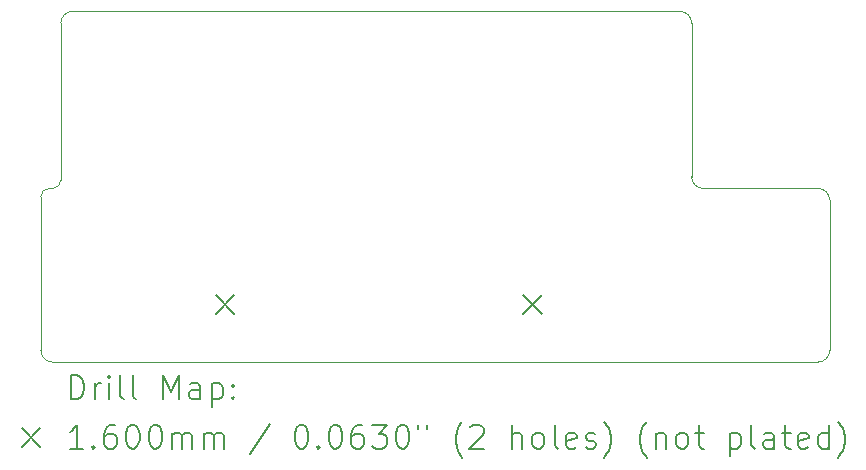
<source format=gbr>
%FSLAX45Y45*%
G04 Gerber Fmt 4.5, Leading zero omitted, Abs format (unit mm)*
G04 Created by KiCad (PCBNEW 5.99.0-unknown-acf13a186~104~ubuntu20.04.1) date 2020-09-23 14:04:24*
%MOMM*%
%LPD*%
G01*
G04 APERTURE LIST*
%TA.AperFunction,Profile*%
%ADD10C,0.050000*%
%TD*%
%ADD11C,0.200000*%
%ADD12C,0.160000*%
G04 APERTURE END LIST*
D10*
X9550000Y-11930000D02*
G75*
G03*
X9480000Y-12000000I0J-70000D01*
G01*
X9650000Y-10530000D02*
X9650000Y-11860000D01*
X9580000Y-11930000D02*
G75*
G03*
X9650000Y-11860000I0J70000D01*
G01*
X9480000Y-12000000D02*
X9480000Y-13300000D01*
X9750000Y-10430000D02*
G75*
G03*
X9650000Y-10530000I0J-100000D01*
G01*
X9480000Y-13300000D02*
G75*
G03*
X9580000Y-13400000I100000J0D01*
G01*
X16060000Y-11930000D02*
X15090000Y-11930000D01*
X14990000Y-11830000D02*
G75*
G03*
X15090000Y-11930000I100000J0D01*
G01*
X16060000Y-13400000D02*
G75*
G03*
X16160000Y-13300000I0J100000D01*
G01*
X9580000Y-13400000D02*
X16060000Y-13400000D01*
X9550000Y-11930000D02*
X9580000Y-11930000D01*
X16160000Y-13300000D02*
X16160000Y-12030000D01*
X14990000Y-10530000D02*
G75*
G03*
X14890000Y-10430000I-100000J0D01*
G01*
X14890000Y-10430000D02*
X9750000Y-10430000D01*
X14990000Y-11830000D02*
X14990000Y-10530000D01*
X16160000Y-12030000D02*
G75*
G03*
X16060000Y-11930000I-100000J0D01*
G01*
D11*
D12*
X10960000Y-12835000D02*
X11120000Y-12995000D01*
X11120000Y-12835000D02*
X10960000Y-12995000D01*
X13560000Y-12835000D02*
X13720000Y-12995000D01*
X13720000Y-12835000D02*
X13560000Y-12995000D01*
D11*
X9735119Y-13712976D02*
X9735119Y-13512976D01*
X9782738Y-13512976D01*
X9811309Y-13522500D01*
X9830357Y-13541548D01*
X9839881Y-13560595D01*
X9849405Y-13598690D01*
X9849405Y-13627262D01*
X9839881Y-13665357D01*
X9830357Y-13684405D01*
X9811309Y-13703452D01*
X9782738Y-13712976D01*
X9735119Y-13712976D01*
X9935119Y-13712976D02*
X9935119Y-13579643D01*
X9935119Y-13617738D02*
X9944643Y-13598690D01*
X9954167Y-13589167D01*
X9973214Y-13579643D01*
X9992262Y-13579643D01*
X10058928Y-13712976D02*
X10058928Y-13579643D01*
X10058928Y-13512976D02*
X10049405Y-13522500D01*
X10058928Y-13532024D01*
X10068452Y-13522500D01*
X10058928Y-13512976D01*
X10058928Y-13532024D01*
X10182738Y-13712976D02*
X10163690Y-13703452D01*
X10154167Y-13684405D01*
X10154167Y-13512976D01*
X10287500Y-13712976D02*
X10268452Y-13703452D01*
X10258928Y-13684405D01*
X10258928Y-13512976D01*
X10516071Y-13712976D02*
X10516071Y-13512976D01*
X10582738Y-13655833D01*
X10649405Y-13512976D01*
X10649405Y-13712976D01*
X10830357Y-13712976D02*
X10830357Y-13608214D01*
X10820833Y-13589167D01*
X10801786Y-13579643D01*
X10763690Y-13579643D01*
X10744643Y-13589167D01*
X10830357Y-13703452D02*
X10811309Y-13712976D01*
X10763690Y-13712976D01*
X10744643Y-13703452D01*
X10735119Y-13684405D01*
X10735119Y-13665357D01*
X10744643Y-13646310D01*
X10763690Y-13636786D01*
X10811309Y-13636786D01*
X10830357Y-13627262D01*
X10925595Y-13579643D02*
X10925595Y-13779643D01*
X10925595Y-13589167D02*
X10944643Y-13579643D01*
X10982738Y-13579643D01*
X11001786Y-13589167D01*
X11011309Y-13598690D01*
X11020833Y-13617738D01*
X11020833Y-13674881D01*
X11011309Y-13693929D01*
X11001786Y-13703452D01*
X10982738Y-13712976D01*
X10944643Y-13712976D01*
X10925595Y-13703452D01*
X11106548Y-13693929D02*
X11116071Y-13703452D01*
X11106548Y-13712976D01*
X11097024Y-13703452D01*
X11106548Y-13693929D01*
X11106548Y-13712976D01*
X11106548Y-13589167D02*
X11116071Y-13598690D01*
X11106548Y-13608214D01*
X11097024Y-13598690D01*
X11106548Y-13589167D01*
X11106548Y-13608214D01*
D12*
X9317500Y-13962500D02*
X9477500Y-14122500D01*
X9477500Y-13962500D02*
X9317500Y-14122500D01*
D11*
X9839881Y-14132976D02*
X9725595Y-14132976D01*
X9782738Y-14132976D02*
X9782738Y-13932976D01*
X9763690Y-13961548D01*
X9744643Y-13980595D01*
X9725595Y-13990119D01*
X9925595Y-14113929D02*
X9935119Y-14123452D01*
X9925595Y-14132976D01*
X9916071Y-14123452D01*
X9925595Y-14113929D01*
X9925595Y-14132976D01*
X10106548Y-13932976D02*
X10068452Y-13932976D01*
X10049405Y-13942500D01*
X10039881Y-13952024D01*
X10020833Y-13980595D01*
X10011309Y-14018690D01*
X10011309Y-14094881D01*
X10020833Y-14113929D01*
X10030357Y-14123452D01*
X10049405Y-14132976D01*
X10087500Y-14132976D01*
X10106548Y-14123452D01*
X10116071Y-14113929D01*
X10125595Y-14094881D01*
X10125595Y-14047262D01*
X10116071Y-14028214D01*
X10106548Y-14018690D01*
X10087500Y-14009167D01*
X10049405Y-14009167D01*
X10030357Y-14018690D01*
X10020833Y-14028214D01*
X10011309Y-14047262D01*
X10249405Y-13932976D02*
X10268452Y-13932976D01*
X10287500Y-13942500D01*
X10297024Y-13952024D01*
X10306548Y-13971071D01*
X10316071Y-14009167D01*
X10316071Y-14056786D01*
X10306548Y-14094881D01*
X10297024Y-14113929D01*
X10287500Y-14123452D01*
X10268452Y-14132976D01*
X10249405Y-14132976D01*
X10230357Y-14123452D01*
X10220833Y-14113929D01*
X10211309Y-14094881D01*
X10201786Y-14056786D01*
X10201786Y-14009167D01*
X10211309Y-13971071D01*
X10220833Y-13952024D01*
X10230357Y-13942500D01*
X10249405Y-13932976D01*
X10439881Y-13932976D02*
X10458928Y-13932976D01*
X10477976Y-13942500D01*
X10487500Y-13952024D01*
X10497024Y-13971071D01*
X10506548Y-14009167D01*
X10506548Y-14056786D01*
X10497024Y-14094881D01*
X10487500Y-14113929D01*
X10477976Y-14123452D01*
X10458928Y-14132976D01*
X10439881Y-14132976D01*
X10420833Y-14123452D01*
X10411309Y-14113929D01*
X10401786Y-14094881D01*
X10392262Y-14056786D01*
X10392262Y-14009167D01*
X10401786Y-13971071D01*
X10411309Y-13952024D01*
X10420833Y-13942500D01*
X10439881Y-13932976D01*
X10592262Y-14132976D02*
X10592262Y-13999643D01*
X10592262Y-14018690D02*
X10601786Y-14009167D01*
X10620833Y-13999643D01*
X10649405Y-13999643D01*
X10668452Y-14009167D01*
X10677976Y-14028214D01*
X10677976Y-14132976D01*
X10677976Y-14028214D02*
X10687500Y-14009167D01*
X10706548Y-13999643D01*
X10735119Y-13999643D01*
X10754167Y-14009167D01*
X10763690Y-14028214D01*
X10763690Y-14132976D01*
X10858928Y-14132976D02*
X10858928Y-13999643D01*
X10858928Y-14018690D02*
X10868452Y-14009167D01*
X10887500Y-13999643D01*
X10916071Y-13999643D01*
X10935119Y-14009167D01*
X10944643Y-14028214D01*
X10944643Y-14132976D01*
X10944643Y-14028214D02*
X10954167Y-14009167D01*
X10973214Y-13999643D01*
X11001786Y-13999643D01*
X11020833Y-14009167D01*
X11030357Y-14028214D01*
X11030357Y-14132976D01*
X11420833Y-13923452D02*
X11249405Y-14180595D01*
X11677976Y-13932976D02*
X11697024Y-13932976D01*
X11716071Y-13942500D01*
X11725595Y-13952024D01*
X11735119Y-13971071D01*
X11744643Y-14009167D01*
X11744643Y-14056786D01*
X11735119Y-14094881D01*
X11725595Y-14113929D01*
X11716071Y-14123452D01*
X11697024Y-14132976D01*
X11677976Y-14132976D01*
X11658928Y-14123452D01*
X11649405Y-14113929D01*
X11639881Y-14094881D01*
X11630357Y-14056786D01*
X11630357Y-14009167D01*
X11639881Y-13971071D01*
X11649405Y-13952024D01*
X11658928Y-13942500D01*
X11677976Y-13932976D01*
X11830357Y-14113929D02*
X11839881Y-14123452D01*
X11830357Y-14132976D01*
X11820833Y-14123452D01*
X11830357Y-14113929D01*
X11830357Y-14132976D01*
X11963690Y-13932976D02*
X11982738Y-13932976D01*
X12001786Y-13942500D01*
X12011309Y-13952024D01*
X12020833Y-13971071D01*
X12030357Y-14009167D01*
X12030357Y-14056786D01*
X12020833Y-14094881D01*
X12011309Y-14113929D01*
X12001786Y-14123452D01*
X11982738Y-14132976D01*
X11963690Y-14132976D01*
X11944643Y-14123452D01*
X11935119Y-14113929D01*
X11925595Y-14094881D01*
X11916071Y-14056786D01*
X11916071Y-14009167D01*
X11925595Y-13971071D01*
X11935119Y-13952024D01*
X11944643Y-13942500D01*
X11963690Y-13932976D01*
X12201786Y-13932976D02*
X12163690Y-13932976D01*
X12144643Y-13942500D01*
X12135119Y-13952024D01*
X12116071Y-13980595D01*
X12106547Y-14018690D01*
X12106547Y-14094881D01*
X12116071Y-14113929D01*
X12125595Y-14123452D01*
X12144643Y-14132976D01*
X12182738Y-14132976D01*
X12201786Y-14123452D01*
X12211309Y-14113929D01*
X12220833Y-14094881D01*
X12220833Y-14047262D01*
X12211309Y-14028214D01*
X12201786Y-14018690D01*
X12182738Y-14009167D01*
X12144643Y-14009167D01*
X12125595Y-14018690D01*
X12116071Y-14028214D01*
X12106547Y-14047262D01*
X12287500Y-13932976D02*
X12411309Y-13932976D01*
X12344643Y-14009167D01*
X12373214Y-14009167D01*
X12392262Y-14018690D01*
X12401786Y-14028214D01*
X12411309Y-14047262D01*
X12411309Y-14094881D01*
X12401786Y-14113929D01*
X12392262Y-14123452D01*
X12373214Y-14132976D01*
X12316071Y-14132976D01*
X12297024Y-14123452D01*
X12287500Y-14113929D01*
X12535119Y-13932976D02*
X12554166Y-13932976D01*
X12573214Y-13942500D01*
X12582738Y-13952024D01*
X12592262Y-13971071D01*
X12601786Y-14009167D01*
X12601786Y-14056786D01*
X12592262Y-14094881D01*
X12582738Y-14113929D01*
X12573214Y-14123452D01*
X12554166Y-14132976D01*
X12535119Y-14132976D01*
X12516071Y-14123452D01*
X12506547Y-14113929D01*
X12497024Y-14094881D01*
X12487500Y-14056786D01*
X12487500Y-14009167D01*
X12497024Y-13971071D01*
X12506547Y-13952024D01*
X12516071Y-13942500D01*
X12535119Y-13932976D01*
X12677976Y-13932976D02*
X12677976Y-13971071D01*
X12754166Y-13932976D02*
X12754166Y-13971071D01*
X13049405Y-14209167D02*
X13039881Y-14199643D01*
X13020833Y-14171071D01*
X13011309Y-14152024D01*
X13001786Y-14123452D01*
X12992262Y-14075833D01*
X12992262Y-14037738D01*
X13001786Y-13990119D01*
X13011309Y-13961548D01*
X13020833Y-13942500D01*
X13039881Y-13913929D01*
X13049405Y-13904405D01*
X13116071Y-13952024D02*
X13125595Y-13942500D01*
X13144643Y-13932976D01*
X13192262Y-13932976D01*
X13211309Y-13942500D01*
X13220833Y-13952024D01*
X13230357Y-13971071D01*
X13230357Y-13990119D01*
X13220833Y-14018690D01*
X13106547Y-14132976D01*
X13230357Y-14132976D01*
X13468452Y-14132976D02*
X13468452Y-13932976D01*
X13554166Y-14132976D02*
X13554166Y-14028214D01*
X13544643Y-14009167D01*
X13525595Y-13999643D01*
X13497024Y-13999643D01*
X13477976Y-14009167D01*
X13468452Y-14018690D01*
X13677976Y-14132976D02*
X13658928Y-14123452D01*
X13649405Y-14113929D01*
X13639881Y-14094881D01*
X13639881Y-14037738D01*
X13649405Y-14018690D01*
X13658928Y-14009167D01*
X13677976Y-13999643D01*
X13706547Y-13999643D01*
X13725595Y-14009167D01*
X13735119Y-14018690D01*
X13744643Y-14037738D01*
X13744643Y-14094881D01*
X13735119Y-14113929D01*
X13725595Y-14123452D01*
X13706547Y-14132976D01*
X13677976Y-14132976D01*
X13858928Y-14132976D02*
X13839881Y-14123452D01*
X13830357Y-14104405D01*
X13830357Y-13932976D01*
X14011309Y-14123452D02*
X13992262Y-14132976D01*
X13954166Y-14132976D01*
X13935119Y-14123452D01*
X13925595Y-14104405D01*
X13925595Y-14028214D01*
X13935119Y-14009167D01*
X13954166Y-13999643D01*
X13992262Y-13999643D01*
X14011309Y-14009167D01*
X14020833Y-14028214D01*
X14020833Y-14047262D01*
X13925595Y-14066310D01*
X14097024Y-14123452D02*
X14116071Y-14132976D01*
X14154166Y-14132976D01*
X14173214Y-14123452D01*
X14182738Y-14104405D01*
X14182738Y-14094881D01*
X14173214Y-14075833D01*
X14154166Y-14066310D01*
X14125595Y-14066310D01*
X14106547Y-14056786D01*
X14097024Y-14037738D01*
X14097024Y-14028214D01*
X14106547Y-14009167D01*
X14125595Y-13999643D01*
X14154166Y-13999643D01*
X14173214Y-14009167D01*
X14249405Y-14209167D02*
X14258928Y-14199643D01*
X14277976Y-14171071D01*
X14287500Y-14152024D01*
X14297024Y-14123452D01*
X14306547Y-14075833D01*
X14306547Y-14037738D01*
X14297024Y-13990119D01*
X14287500Y-13961548D01*
X14277976Y-13942500D01*
X14258928Y-13913929D01*
X14249405Y-13904405D01*
X14611309Y-14209167D02*
X14601786Y-14199643D01*
X14582738Y-14171071D01*
X14573214Y-14152024D01*
X14563690Y-14123452D01*
X14554166Y-14075833D01*
X14554166Y-14037738D01*
X14563690Y-13990119D01*
X14573214Y-13961548D01*
X14582738Y-13942500D01*
X14601786Y-13913929D01*
X14611309Y-13904405D01*
X14687500Y-13999643D02*
X14687500Y-14132976D01*
X14687500Y-14018690D02*
X14697024Y-14009167D01*
X14716071Y-13999643D01*
X14744643Y-13999643D01*
X14763690Y-14009167D01*
X14773214Y-14028214D01*
X14773214Y-14132976D01*
X14897024Y-14132976D02*
X14877976Y-14123452D01*
X14868452Y-14113929D01*
X14858928Y-14094881D01*
X14858928Y-14037738D01*
X14868452Y-14018690D01*
X14877976Y-14009167D01*
X14897024Y-13999643D01*
X14925595Y-13999643D01*
X14944643Y-14009167D01*
X14954166Y-14018690D01*
X14963690Y-14037738D01*
X14963690Y-14094881D01*
X14954166Y-14113929D01*
X14944643Y-14123452D01*
X14925595Y-14132976D01*
X14897024Y-14132976D01*
X15020833Y-13999643D02*
X15097024Y-13999643D01*
X15049405Y-13932976D02*
X15049405Y-14104405D01*
X15058928Y-14123452D01*
X15077976Y-14132976D01*
X15097024Y-14132976D01*
X15316071Y-13999643D02*
X15316071Y-14199643D01*
X15316071Y-14009167D02*
X15335119Y-13999643D01*
X15373214Y-13999643D01*
X15392262Y-14009167D01*
X15401786Y-14018690D01*
X15411309Y-14037738D01*
X15411309Y-14094881D01*
X15401786Y-14113929D01*
X15392262Y-14123452D01*
X15373214Y-14132976D01*
X15335119Y-14132976D01*
X15316071Y-14123452D01*
X15525595Y-14132976D02*
X15506547Y-14123452D01*
X15497024Y-14104405D01*
X15497024Y-13932976D01*
X15687500Y-14132976D02*
X15687500Y-14028214D01*
X15677976Y-14009167D01*
X15658928Y-13999643D01*
X15620833Y-13999643D01*
X15601786Y-14009167D01*
X15687500Y-14123452D02*
X15668452Y-14132976D01*
X15620833Y-14132976D01*
X15601786Y-14123452D01*
X15592262Y-14104405D01*
X15592262Y-14085357D01*
X15601786Y-14066310D01*
X15620833Y-14056786D01*
X15668452Y-14056786D01*
X15687500Y-14047262D01*
X15754166Y-13999643D02*
X15830357Y-13999643D01*
X15782738Y-13932976D02*
X15782738Y-14104405D01*
X15792262Y-14123452D01*
X15811309Y-14132976D01*
X15830357Y-14132976D01*
X15973214Y-14123452D02*
X15954166Y-14132976D01*
X15916071Y-14132976D01*
X15897024Y-14123452D01*
X15887500Y-14104405D01*
X15887500Y-14028214D01*
X15897024Y-14009167D01*
X15916071Y-13999643D01*
X15954166Y-13999643D01*
X15973214Y-14009167D01*
X15982738Y-14028214D01*
X15982738Y-14047262D01*
X15887500Y-14066310D01*
X16154166Y-14132976D02*
X16154166Y-13932976D01*
X16154166Y-14123452D02*
X16135119Y-14132976D01*
X16097024Y-14132976D01*
X16077976Y-14123452D01*
X16068452Y-14113929D01*
X16058928Y-14094881D01*
X16058928Y-14037738D01*
X16068452Y-14018690D01*
X16077976Y-14009167D01*
X16097024Y-13999643D01*
X16135119Y-13999643D01*
X16154166Y-14009167D01*
X16230357Y-14209167D02*
X16239881Y-14199643D01*
X16258928Y-14171071D01*
X16268452Y-14152024D01*
X16277976Y-14123452D01*
X16287500Y-14075833D01*
X16287500Y-14037738D01*
X16277976Y-13990119D01*
X16268452Y-13961548D01*
X16258928Y-13942500D01*
X16239881Y-13913929D01*
X16230357Y-13904405D01*
M02*

</source>
